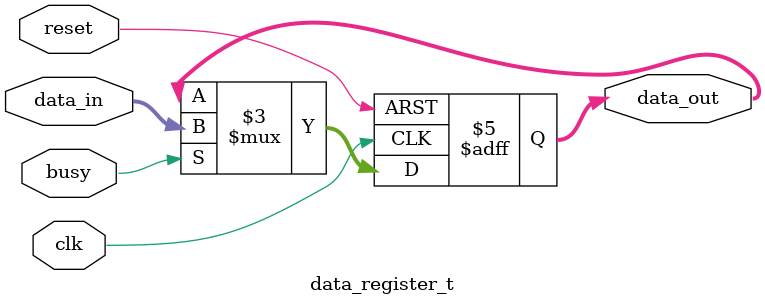
<source format=sv>
module data_register_t(
    input  logic       clk,
    input  logic       reset,
    input  logic [7:0] data_in,
    input  logic       busy,
    output logic [7:0] data_out
);

    always_ff @(posedge clk or posedge reset) begin
        if (reset) begin
            data_out = 8'b0;
        end
        else if (busy) begin
            data_out = data_in;
        end
    end
endmodule
</source>
